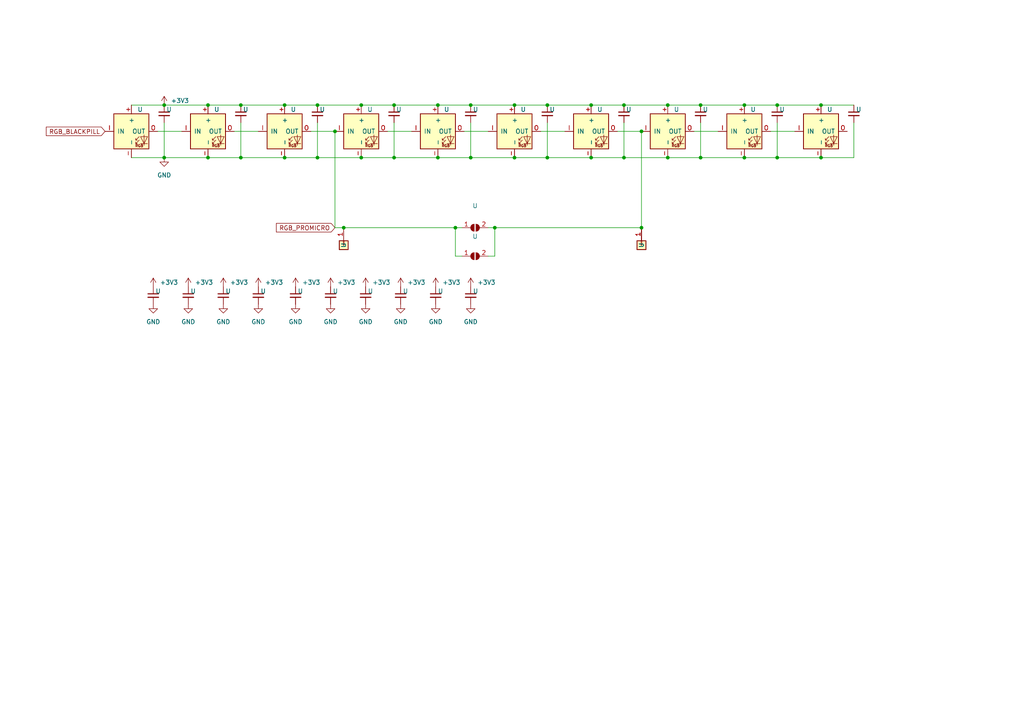
<source format=kicad_sch>
(kicad_sch (version 20220622) (generator eeschema)
  (paper "A4")
  (lib_symbols
    (symbol "Connector_Generic:Conn_01x01" (pin_names (offset 1.016) hide)
      (property "Reference" "J" (at 0 2.54 0))
      (property "Value" "Conn_01x01" (at 0 -2.54 0))
      (symbol "Conn_01x01_1_1"
        (rectangle (start -1.27 0.127) (end 0 -0.127) (stroke (width 0.1524)))
        (rectangle (start -1.27 1.27) (end 1.27 -1.27) (stroke (width 0.254)) (fill (type background)))
        (pin passive line (at -5.08 0 0) (length 3.81) (name "Pin_1") (number "1"))
      )
    )
    (symbol "Device:C_Small" (pin_numbers hide) (pin_names (offset 0.254) hide)
      (property "Reference" "C" (at 0.254 1.778 0))
      (property "Value" "C_Small" (at 0.254 -2.032 0))
      (symbol "C_Small_0_1"
        (polyline (pts (xy -1.524 -0.508) (xy 1.524 -0.508)) (stroke (width 0.3302)))
        (polyline (pts (xy -1.524 0.508) (xy 1.524 0.508)) (stroke (width 0.3048)))
      )
      (symbol "C_Small_1_1"
        (pin passive line (at 0 2.54 270) (length 2.032) (name "~") (number "1"))
        (pin passive line (at 0 -2.54 90) (length 2.032) (name "~") (number "2"))
      )
    )
    (symbol "Jumper:SolderJumper_2_Open" (pin_names (offset 0) hide)
      (property "Reference" "JP" (at 0 2.032 0))
      (property "Value" "SolderJumper_2_Open" (at 0 -2.54 0))
      (symbol "SolderJumper_2_Open_0_1"
        (arc (start -0.254 1.016) (mid -1.27 0) (end -0.254 -1.016))
        (arc (start -0.254 1.016) (mid -1.27 0) (end -0.254 -1.016) (fill (type outline)))
        (polyline (pts (xy -0.254 1.016) (xy -0.254 -1.016)))
        (polyline (pts (xy 0.254 1.016) (xy 0.254 -1.016)))
        (arc (start 0.254 -1.016) (mid 1.27 0) (end 0.254 1.016))
        (arc (start 0.254 -1.016) (mid 1.27 0) (end 0.254 1.016) (fill (type outline)))
      )
      (symbol "SolderJumper_2_Open_1_1"
        (pin passive line (at -3.81 0 0) (length 2.54) (name "A") (number "1"))
        (pin passive line (at 3.81 0 180) (length 2.54) (name "B") (number "2"))
      )
    )
    (symbol "kien242:6812" (pin_names (offset 1.016))
      (property "Reference" "LED" (at 5.08 7.62 0))
      (property "Value" "6812" (at 5.08 10.16 0))
      (symbol "6812_1_1"
        (polyline (pts (xy 1.27 -3.556) (xy 1.778 -3.556)))
        (polyline (pts (xy 1.27 -2.54) (xy 1.778 -2.54)))
        (polyline (pts (xy 4.699 -3.556) (xy 2.667 -3.556)))
        (polyline (pts (xy 2.286 -2.54) (xy 1.27 -3.556) (xy 1.27 -3.048)))
        (polyline (pts (xy 2.286 -1.524) (xy 1.27 -2.54) (xy 1.27 -2.032)))
        (polyline (pts (xy 3.683 -1.016) (xy 3.683 -3.556) (xy 3.683 -4.064)))
        (polyline (pts (xy 4.699 -1.524) (xy 2.667 -1.524) (xy 3.683 -3.556) (xy 4.699 -1.524)))
        (rectangle (start 5.08 5.08) (end -5.08 -5.08) (stroke (width 0.254)) (fill (type background)))
        (text "RGB" (at 2.286 -4.191 0) (effects (font (size 0.762 0.762))))
        (pin power_in line (at 0 7.62 270) (length 2.54) (name "+") (number "+"))
        (pin power_in line (at 0 -7.62 90) (length 2.54) (name "-") (number "-"))
        (pin input line (at -7.62 0 0) (length 2.54) (name "IN") (number "I"))
        (pin output line (at 7.62 0 180) (length 2.54) (name "OUT") (number "O"))
      )
    )
    (symbol "power:+3.3V" (power) (pin_names (offset 0))
      (property "Value" "+3.3V" (at 0 3.556 0))
      (symbol "+3.3V_0_1"
        (polyline (pts (xy -0.762 1.27) (xy 0 2.54)))
        (polyline (pts (xy 0 0) (xy 0 2.54)))
        (polyline (pts (xy 0 2.54) (xy 0.762 1.27)))
      )
      (symbol "+3.3V_1_1"
        (pin power_in line (at 0 0 90) (length 0) hide (name "+3V3") (number "1"))
      )
    )
    (symbol "power:GND" (power) (pin_names (offset 0))
      (property "Value" "GND" (at 0 -3.81 0))
      (symbol "GND_0_1"
        (polyline (pts (xy 0 0) (xy 0 -1.27) (xy 1.27 -1.27) (xy 0 -2.54) (xy -1.27 -1.27) (xy 0 -1.27)))
      )
      (symbol "GND_1_1"
        (pin power_in line (at 0 0 270) (length 0) hide (name "GND") (number "1"))
      )
    )
  )
  (junction (at 104.775 30.48))
  (junction (at 158.75 30.48))
  (junction (at 193.675 45.72))
  (junction (at 180.975 30.48))
  (junction (at 225.425 30.48))
  (junction (at 92.075 45.72))
  (junction (at 143.51 66.04))
  (junction (at 203.2 30.48))
  (junction (at 69.85 45.72))
  (junction (at 238.125 30.48))
  (junction (at 60.325 45.72))
  (junction (at 193.675 30.48))
  (junction (at 171.45 30.48))
  (junction (at 97.155 38.1))
  (junction (at 104.775 45.72))
  (junction (at 149.225 30.48))
  (junction (at 136.525 45.72))
  (junction (at 127 45.72))
  (junction (at 203.2 45.72))
  (junction (at 158.75 45.72))
  (junction (at 238.125 45.72))
  (junction (at 180.975 45.72))
  (junction (at 60.325 30.48))
  (junction (at 171.45 45.72))
  (junction (at 149.225 45.72))
  (junction (at 127 30.48))
  (junction (at 69.85 30.48))
  (junction (at 132.08 66.04))
  (junction (at 225.425 45.72))
  (junction (at 186.055 66.04))
  (junction (at 92.075 30.48))
  (junction (at 114.3 30.48))
  (junction (at 114.3 45.72))
  (junction (at 82.55 30.48))
  (junction (at 99.695 66.04))
  (junction (at 47.625 45.72))
  (junction (at 215.9 30.48))
  (junction (at 82.55 45.72))
  (junction (at 136.525 30.48))
  (junction (at 186.055 38.1))
  (junction (at 215.9 45.72))
  (junction (at 47.625 30.48))
  (wire (pts (xy 143.51 74.295) (xy 141.605 74.295)))
  (wire (pts (xy 149.225 30.48) (xy 158.75 30.48)))
  (wire (pts (xy 114.3 45.72) (xy 104.775 45.72)))
  (wire (pts (xy 203.2 35.56) (xy 203.2 45.72)))
  (wire (pts (xy 193.675 30.48) (xy 203.2 30.48)))
  (wire (pts (xy 171.45 30.48) (xy 180.975 30.48)))
  (wire (pts (xy 136.525 35.56) (xy 136.525 45.72)))
  (wire (pts (xy 69.85 30.48) (xy 82.55 30.48)))
  (wire (pts (xy 132.08 66.04) (xy 99.695 66.04)))
  (wire (pts (xy 92.075 30.48) (xy 104.775 30.48)))
  (wire (pts (xy 97.155 66.04) (xy 97.155 38.1)))
  (wire (pts (xy 112.395 38.1) (xy 119.38 38.1)))
  (wire (pts (xy 92.075 35.56) (xy 92.075 45.72)))
  (wire (pts (xy 180.975 45.72) (xy 193.675 45.72)))
  (wire (pts (xy 132.08 74.295) (xy 133.985 74.295)))
  (wire (pts (xy 47.625 45.72) (xy 60.325 45.72)))
  (wire (pts (xy 114.3 30.48) (xy 127 30.48)))
  (wire (pts (xy 69.85 45.72) (xy 60.325 45.72)))
  (wire (pts (xy 136.525 45.72) (xy 127 45.72)))
  (wire (pts (xy 203.2 45.72) (xy 215.9 45.72)))
  (wire (pts (xy 60.325 30.48) (xy 69.85 30.48)))
  (wire (pts (xy 203.2 45.72) (xy 193.675 45.72)))
  (wire (pts (xy 180.975 35.56) (xy 180.975 45.72)))
  (wire (pts (xy 186.055 66.04) (xy 143.51 66.04)))
  (wire (pts (xy 132.08 66.04) (xy 132.08 74.295)))
  (wire (pts (xy 225.425 45.72) (xy 215.9 45.72)))
  (wire (pts (xy 69.85 45.72) (xy 82.55 45.72)))
  (wire (pts (xy 158.75 35.56) (xy 158.75 45.72)))
  (wire (pts (xy 143.51 66.04) (xy 141.605 66.04)))
  (wire (pts (xy 38.1 30.48) (xy 47.625 30.48)))
  (wire (pts (xy 104.775 30.48) (xy 114.3 30.48)))
  (wire (pts (xy 92.075 45.72) (xy 104.775 45.72)))
  (wire (pts (xy 158.75 45.72) (xy 171.45 45.72)))
  (wire (pts (xy 225.425 45.72) (xy 238.125 45.72)))
  (wire (pts (xy 201.295 38.1) (xy 208.28 38.1)))
  (wire (pts (xy 114.3 35.56) (xy 114.3 45.72)))
  (wire (pts (xy 134.62 38.1) (xy 141.605 38.1)))
  (wire (pts (xy 136.525 30.48) (xy 149.225 30.48)))
  (wire (pts (xy 156.845 38.1) (xy 163.83 38.1)))
  (wire (pts (xy 136.525 45.72) (xy 149.225 45.72)))
  (wire (pts (xy 247.65 35.56) (xy 247.65 45.72)))
  (wire (pts (xy 47.625 35.56) (xy 47.625 45.72)))
  (wire (pts (xy 127 30.48) (xy 136.525 30.48)))
  (wire (pts (xy 247.65 45.72) (xy 238.125 45.72)))
  (wire (pts (xy 47.625 45.72) (xy 38.1 45.72)))
  (wire (pts (xy 223.52 38.1) (xy 230.505 38.1)))
  (wire (pts (xy 215.9 30.48) (xy 225.425 30.48)))
  (wire (pts (xy 158.75 45.72) (xy 149.225 45.72)))
  (wire (pts (xy 180.975 45.72) (xy 171.45 45.72)))
  (wire (pts (xy 99.695 66.04) (xy 97.155 66.04)))
  (wire (pts (xy 225.425 35.56) (xy 225.425 45.72)))
  (wire (pts (xy 158.75 30.48) (xy 171.45 30.48)))
  (wire (pts (xy 238.125 30.48) (xy 247.65 30.48)))
  (wire (pts (xy 203.2 30.48) (xy 215.9 30.48)))
  (wire (pts (xy 143.51 66.04) (xy 143.51 74.295)))
  (wire (pts (xy 67.945 38.1) (xy 74.93 38.1)))
  (wire (pts (xy 225.425 30.48) (xy 238.125 30.48)))
  (wire (pts (xy 92.075 45.72) (xy 82.55 45.72)))
  (wire (pts (xy 90.17 38.1) (xy 97.155 38.1)))
  (wire (pts (xy 47.625 30.48) (xy 60.325 30.48)))
  (wire (pts (xy 45.72 38.1) (xy 52.705 38.1)))
  (wire (pts (xy 179.07 38.1) (xy 186.055 38.1)))
  (wire (pts (xy 82.55 30.48) (xy 92.075 30.48)))
  (wire (pts (xy 69.85 35.56) (xy 69.85 45.72)))
  (wire (pts (xy 186.055 38.1) (xy 186.055 66.04)))
  (wire (pts (xy 180.975 30.48) (xy 193.675 30.48)))
  (wire (pts (xy 133.985 66.04) (xy 132.08 66.04)))
  (wire (pts (xy 114.3 45.72) (xy 127 45.72)))
  (global_label "RGB_BLACKPILL" (shape input) (at 30.48 38.1 180) (property "Intersheet References" "${INTERSHEET_REFS}" (effects hide)))
  (global_label "RGB_PROMICRO" (shape input) (at 97.155 66.04 180) (property "Intersheet References" "${INTERSHEET_REFS}" (effects hide)))
  (symbol (lib_id "Connector_Generic:Conn_01x01") (at 99.695 71.12 270) (unit 1)
    (default_instance (reference "U") (unit 1) (value "") (footprint ""))
    (property "Reference" "U" (at 99.695 71.12 0))
  )
  (symbol (lib_id "Device:C_Small") (at 47.625 33.02 0) (unit 1)
    (default_instance (reference "U") (unit 1) (value "") (footprint ""))
    (property "Reference" "U" (at 48.26 31.75 0) (effects (justify left)))
  )
  (symbol (lib_id "Connector_Generic:Conn_01x01") (at 99.695 71.12 270) (unit 1)
    (default_instance (reference "U") (unit 1) (value "") (footprint ""))
    (property "Reference" "U" (at 99.695 71.12 0))
  )
  (symbol (lib_id "power:GND") (at 95.885 88.265 0) (unit 1)
    (default_instance (reference "U") (unit 1) (value "") (footprint ""))
    (property "Reference" "U" (effects hide))
  )
  (symbol (lib_id "Jumper:SolderJumper_2_Open") (at 137.795 66.04 0) (unit 1)
    (default_instance (reference "U") (unit 1) (value "") (footprint ""))
    (property "Reference" "U" (at 137.795 59.69 0))
  )
  (symbol (lib_id "power:+3.3V") (at 106.045 83.185 0) (unit 1)
    (default_instance (reference "U") (unit 1) (value "") (footprint ""))
    (property "Reference" "U" (effects hide))
  )
  (symbol (lib_id "kien242:6812") (at 104.775 38.1 0) (unit 1)
    (default_instance (reference "U") (unit 1) (value "") (footprint ""))
    (property "Reference" "U" (at 107.315 31.75 0))
  )
  (symbol (lib_id "Device:C_Small") (at 247.65 33.02 0) (unit 1)
    (default_instance (reference "U") (unit 1) (value "") (footprint ""))
    (property "Reference" "U" (at 248.285 31.75 0) (effects (justify left)))
  )
  (symbol (lib_id "Jumper:SolderJumper_2_Open") (at 137.795 74.295 0) (mirror x) (unit 1)
    (default_instance (reference "U") (unit 1) (value "") (footprint ""))
    (property "Reference" "U" (at 137.795 68.58 0))
  )
  (symbol (lib_id "kien242:6812") (at 127 38.1 0) (unit 1)
    (default_instance (reference "U") (unit 1) (value "") (footprint ""))
    (property "Reference" "U" (at 129.54 31.75 0))
  )
  (symbol (lib_id "power:+3.3V") (at 116.205 83.185 0) (unit 1)
    (default_instance (reference "U") (unit 1) (value "") (footprint ""))
    (property "Reference" "U" (effects hide))
  )
  (symbol (lib_id "power:GND") (at 85.725 88.265 0) (unit 1)
    (default_instance (reference "U") (unit 1) (value "") (footprint ""))
    (property "Reference" "U" (effects hide))
  )
  (symbol (lib_id "kien242:6812") (at 38.1 38.1 0) (unit 1)
    (default_instance (reference "U") (unit 1) (value "") (footprint ""))
    (property "Reference" "U" (at 40.64 31.75 0))
  )
  (symbol (lib_id "Device:C_Small") (at 64.77 85.725 0) (unit 1)
    (default_instance (reference "U") (unit 1) (value "") (footprint ""))
    (property "Reference" "U" (at 65.405 84.455 0) (effects (justify left)))
  )
  (symbol (lib_id "power:GND") (at 64.77 88.265 0) (unit 1)
    (default_instance (reference "U") (unit 1) (value "") (footprint ""))
    (property "Reference" "U" (effects hide))
  )
  (symbol (lib_id "Device:C_Small") (at 54.61 85.725 0) (unit 1)
    (default_instance (reference "U") (unit 1) (value "") (footprint ""))
    (property "Reference" "U" (at 55.245 84.455 0) (effects (justify left)))
  )
  (symbol (lib_id "Device:C_Small") (at 136.525 85.725 0) (unit 1)
    (default_instance (reference "U") (unit 1) (value "") (footprint ""))
    (property "Reference" "U" (at 137.16 84.455 0) (effects (justify left)))
  )
  (symbol (lib_id "Device:C_Small") (at 180.975 33.02 0) (unit 1)
    (default_instance (reference "U") (unit 1) (value "") (footprint ""))
    (property "Reference" "U" (at 181.61 31.75 0) (effects (justify left)))
  )
  (symbol (lib_id "Device:C_Small") (at 106.045 85.725 0) (unit 1)
    (default_instance (reference "U") (unit 1) (value "") (footprint ""))
    (property "Reference" "U" (at 106.68 84.455 0) (effects (justify left)))
  )
  (symbol (lib_id "Device:C_Small") (at 136.525 33.02 0) (unit 1)
    (default_instance (reference "U") (unit 1) (value "") (footprint ""))
    (property "Reference" "U" (at 137.16 31.75 0) (effects (justify left)))
  )
  (symbol (lib_id "power:+3.3V") (at 47.625 30.48 0) (unit 1)
    (default_instance (reference "U") (unit 1) (value "") (footprint ""))
    (property "Reference" "U" (effects hide))
  )
  (symbol (lib_id "power:GND") (at 136.525 88.265 0) (unit 1)
    (default_instance (reference "U") (unit 1) (value "") (footprint ""))
    (property "Reference" "U" (effects hide))
  )
  (symbol (lib_id "power:+3.3V") (at 44.45 83.185 0) (unit 1)
    (default_instance (reference "U") (unit 1) (value "") (footprint ""))
    (property "Reference" "U" (effects hide))
  )
  (symbol (lib_id "Device:C_Small") (at 114.3 33.02 0) (unit 1)
    (default_instance (reference "U") (unit 1) (value "") (footprint ""))
    (property "Reference" "U" (at 114.935 31.75 0) (effects (justify left)))
  )
  (symbol (lib_id "kien242:6812") (at 215.9 38.1 0) (unit 1)
    (default_instance (reference "U") (unit 1) (value "") (footprint ""))
    (property "Reference" "U" (at 218.44 31.75 0))
  )
  (symbol (lib_id "power:GND") (at 126.365 88.265 0) (unit 1)
    (default_instance (reference "U") (unit 1) (value "") (footprint ""))
    (property "Reference" "U" (effects hide))
  )
  (symbol (lib_id "Device:C_Small") (at 69.85 33.02 0) (unit 1)
    (default_instance (reference "U") (unit 1) (value "") (footprint ""))
    (property "Reference" "U" (at 70.485 31.75 0) (effects (justify left)))
  )
  (symbol (lib_id "Connector_Generic:Conn_01x01") (at 186.055 71.12 270) (unit 1)
    (default_instance (reference "U") (unit 1) (value "") (footprint ""))
    (property "Reference" "U" (at 186.055 71.12 0))
  )
  (symbol (lib_id "kien242:6812") (at 193.675 38.1 0) (unit 1)
    (default_instance (reference "U") (unit 1) (value "") (footprint ""))
    (property "Reference" "U" (at 196.215 31.75 0))
  )
  (symbol (lib_id "power:GND") (at 47.625 45.72 0) (unit 1)
    (default_instance (reference "U") (unit 1) (value "") (footprint ""))
    (property "Reference" "U" (effects hide))
  )
  (symbol (lib_id "kien242:6812") (at 82.55 38.1 0) (unit 1)
    (default_instance (reference "U") (unit 1) (value "") (footprint ""))
    (property "Reference" "U" (at 85.09 31.75 0))
  )
  (symbol (lib_id "power:GND") (at 74.93 88.265 0) (unit 1)
    (default_instance (reference "U") (unit 1) (value "") (footprint ""))
    (property "Reference" "U" (effects hide))
  )
  (symbol (lib_id "Connector_Generic:Conn_01x01") (at 186.055 71.12 270) (unit 1)
    (default_instance (reference "U") (unit 1) (value "") (footprint ""))
    (property "Reference" "U" (at 186.055 71.12 0))
  )
  (symbol (lib_id "Device:C_Small") (at 203.2 33.02 0) (unit 1)
    (default_instance (reference "U") (unit 1) (value "") (footprint ""))
    (property "Reference" "U" (at 203.835 31.75 0) (effects (justify left)))
  )
  (symbol (lib_id "power:+3.3V") (at 64.77 83.185 0) (unit 1)
    (default_instance (reference "U") (unit 1) (value "") (footprint ""))
    (property "Reference" "U" (effects hide))
  )
  (symbol (lib_id "Device:C_Small") (at 158.75 33.02 0) (unit 1)
    (default_instance (reference "U") (unit 1) (value "") (footprint ""))
    (property "Reference" "U" (at 159.385 31.75 0) (effects (justify left)))
  )
  (symbol (lib_id "power:GND") (at 44.45 88.265 0) (unit 1)
    (default_instance (reference "U") (unit 1) (value "") (footprint ""))
    (property "Reference" "U" (effects hide))
  )
  (symbol (lib_id "power:+3.3V") (at 126.365 83.185 0) (unit 1)
    (default_instance (reference "U") (unit 1) (value "") (footprint ""))
    (property "Reference" "U" (effects hide))
  )
  (symbol (lib_id "kien242:6812") (at 60.325 38.1 0) (unit 1)
    (default_instance (reference "U") (unit 1) (value "") (footprint ""))
    (property "Reference" "U" (at 62.865 31.75 0))
  )
  (symbol (lib_id "power:+3.3V") (at 85.725 83.185 0) (unit 1)
    (default_instance (reference "U") (unit 1) (value "") (footprint ""))
    (property "Reference" "U" (effects hide))
  )
  (symbol (lib_id "Device:C_Small") (at 95.885 85.725 0) (unit 1)
    (default_instance (reference "U") (unit 1) (value "") (footprint ""))
    (property "Reference" "U" (at 96.52 84.455 0) (effects (justify left)))
  )
  (symbol (lib_id "power:GND") (at 106.045 88.265 0) (unit 1)
    (default_instance (reference "U") (unit 1) (value "") (footprint ""))
    (property "Reference" "U" (effects hide))
  )
  (symbol (lib_id "kien242:6812") (at 171.45 38.1 0) (unit 1)
    (default_instance (reference "U") (unit 1) (value "") (footprint ""))
    (property "Reference" "U" (at 173.99 31.75 0))
  )
  (symbol (lib_id "power:+3.3V") (at 54.61 83.185 0) (unit 1)
    (default_instance (reference "U") (unit 1) (value "") (footprint ""))
    (property "Reference" "U" (effects hide))
  )
  (symbol (lib_id "power:GND") (at 54.61 88.265 0) (unit 1)
    (default_instance (reference "U") (unit 1) (value "") (footprint ""))
    (property "Reference" "U" (effects hide))
  )
  (symbol (lib_id "Device:C_Small") (at 92.075 33.02 0) (unit 1)
    (default_instance (reference "U") (unit 1) (value "") (footprint ""))
    (property "Reference" "U" (at 92.71 31.75 0) (effects (justify left)))
  )
  (symbol (lib_id "Device:C_Small") (at 74.93 85.725 0) (unit 1)
    (default_instance (reference "U") (unit 1) (value "") (footprint ""))
    (property "Reference" "U" (at 75.565 84.455 0) (effects (justify left)))
  )
  (symbol (lib_id "power:+3.3V") (at 95.885 83.185 0) (unit 1)
    (default_instance (reference "U") (unit 1) (value "") (footprint ""))
    (property "Reference" "U" (effects hide))
  )
  (symbol (lib_id "power:+3.3V") (at 136.525 83.185 0) (unit 1)
    (default_instance (reference "U") (unit 1) (value "") (footprint ""))
    (property "Reference" "U" (effects hide))
  )
  (symbol (lib_id "power:GND") (at 116.205 88.265 0) (unit 1)
    (default_instance (reference "U") (unit 1) (value "") (footprint ""))
    (property "Reference" "U" (effects hide))
  )
  (symbol (lib_id "Device:C_Small") (at 126.365 85.725 0) (unit 1)
    (default_instance (reference "U") (unit 1) (value "") (footprint ""))
    (property "Reference" "U" (at 127 84.455 0) (effects (justify left)))
  )
  (symbol (lib_id "kien242:6812") (at 238.125 38.1 0) (unit 1)
    (default_instance (reference "U") (unit 1) (value "") (footprint ""))
    (property "Reference" "U" (at 240.665 31.75 0))
  )
  (symbol (lib_id "power:+3.3V") (at 74.93 83.185 0) (unit 1)
    (default_instance (reference "U") (unit 1) (value "") (footprint ""))
    (property "Reference" "U" (effects hide))
  )
  (symbol (lib_id "Device:C_Small") (at 116.205 85.725 0) (unit 1)
    (default_instance (reference "U") (unit 1) (value "") (footprint ""))
    (property "Reference" "U" (at 116.84 84.455 0) (effects (justify left)))
  )
  (symbol (lib_id "Device:C_Small") (at 225.425 33.02 0) (unit 1)
    (default_instance (reference "U") (unit 1) (value "") (footprint ""))
    (property "Reference" "U" (at 226.06 31.75 0) (effects (justify left)))
  )
  (symbol (lib_id "Device:C_Small") (at 85.725 85.725 0) (unit 1)
    (default_instance (reference "U") (unit 1) (value "") (footprint ""))
    (property "Reference" "U" (at 86.36 84.455 0) (effects (justify left)))
  )
  (symbol (lib_id "Device:C_Small") (at 44.45 85.725 0) (unit 1)
    (default_instance (reference "U") (unit 1) (value "") (footprint ""))
    (property "Reference" "U" (at 45.085 84.455 0) (effects (justify left)))
  )
  (symbol (lib_id "kien242:6812") (at 149.225 38.1 0) (unit 1)
    (default_instance (reference "U") (unit 1) (value "") (footprint ""))
    (property "Reference" "U" (at 151.765 31.75 0))
  )
)
</source>
